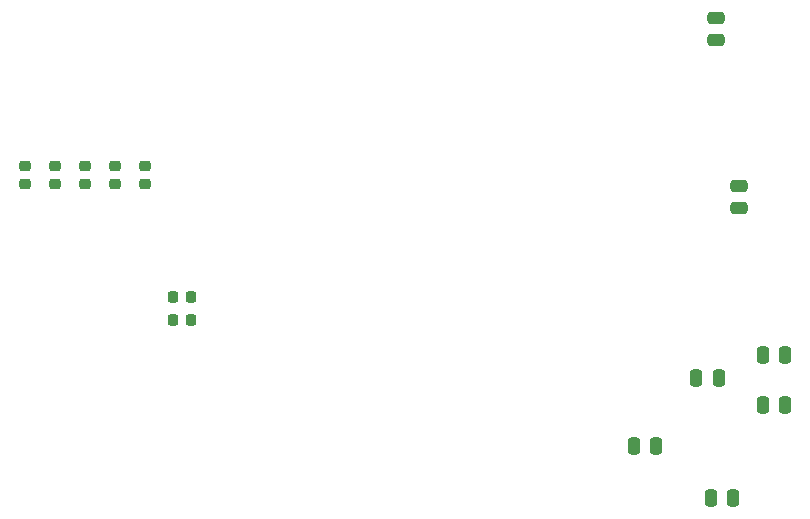
<source format=gbp>
%TF.GenerationSoftware,KiCad,Pcbnew,(6.0.9)*%
%TF.CreationDate,2022-11-09T20:57:25+01:00*%
%TF.ProjectId,libre-MIG,6c696272-652d-44d4-9947-2e6b69636164,v0.1*%
%TF.SameCoordinates,Original*%
%TF.FileFunction,Paste,Bot*%
%TF.FilePolarity,Positive*%
%FSLAX46Y46*%
G04 Gerber Fmt 4.6, Leading zero omitted, Abs format (unit mm)*
G04 Created by KiCad (PCBNEW (6.0.9)) date 2022-11-09 20:57:25*
%MOMM*%
%LPD*%
G01*
G04 APERTURE LIST*
G04 Aperture macros list*
%AMRoundRect*
0 Rectangle with rounded corners*
0 $1 Rounding radius*
0 $2 $3 $4 $5 $6 $7 $8 $9 X,Y pos of 4 corners*
0 Add a 4 corners polygon primitive as box body*
4,1,4,$2,$3,$4,$5,$6,$7,$8,$9,$2,$3,0*
0 Add four circle primitives for the rounded corners*
1,1,$1+$1,$2,$3*
1,1,$1+$1,$4,$5*
1,1,$1+$1,$6,$7*
1,1,$1+$1,$8,$9*
0 Add four rect primitives between the rounded corners*
20,1,$1+$1,$2,$3,$4,$5,0*
20,1,$1+$1,$4,$5,$6,$7,0*
20,1,$1+$1,$6,$7,$8,$9,0*
20,1,$1+$1,$8,$9,$2,$3,0*%
G04 Aperture macros list end*
%ADD10RoundRect,0.225000X-0.250000X0.225000X-0.250000X-0.225000X0.250000X-0.225000X0.250000X0.225000X0*%
%ADD11RoundRect,0.250000X0.250000X0.475000X-0.250000X0.475000X-0.250000X-0.475000X0.250000X-0.475000X0*%
%ADD12RoundRect,0.250000X-0.475000X0.250000X-0.475000X-0.250000X0.475000X-0.250000X0.475000X0.250000X0*%
%ADD13RoundRect,0.250000X-0.250000X-0.475000X0.250000X-0.475000X0.250000X0.475000X-0.250000X0.475000X0*%
%ADD14RoundRect,0.225000X-0.225000X-0.250000X0.225000X-0.250000X0.225000X0.250000X-0.225000X0.250000X0*%
G04 APERTURE END LIST*
D10*
%TO.C,C25*%
X203443000Y-176775000D03*
X203443000Y-175225000D03*
%TD*%
D11*
%TO.C,C32*%
X249893000Y-198951000D03*
X251793000Y-198951000D03*
%TD*%
D12*
%TO.C,C30*%
X256843000Y-164601000D03*
X256843000Y-162701000D03*
%TD*%
D13*
%TO.C,C31*%
X258293000Y-203351000D03*
X256393000Y-203351000D03*
%TD*%
D11*
%TO.C,C28*%
X255193000Y-193151000D03*
X257093000Y-193151000D03*
%TD*%
D12*
%TO.C,C29*%
X258843000Y-178801000D03*
X258843000Y-176901000D03*
%TD*%
D10*
%TO.C,C33*%
X205993000Y-176775000D03*
X205993000Y-175225000D03*
%TD*%
%TO.C,C36*%
X208543000Y-176775000D03*
X208543000Y-175225000D03*
%TD*%
D14*
%TO.C,C42*%
X212418000Y-188300000D03*
X210868000Y-188300000D03*
%TD*%
D10*
%TO.C,C35*%
X198343000Y-176775000D03*
X198343000Y-175225000D03*
%TD*%
D13*
%TO.C,C27*%
X262693000Y-191251000D03*
X260793000Y-191251000D03*
%TD*%
%TO.C,C26*%
X262693000Y-195451000D03*
X260793000Y-195451000D03*
%TD*%
D10*
%TO.C,C34*%
X200893000Y-176775000D03*
X200893000Y-175225000D03*
%TD*%
D14*
%TO.C,C43*%
X212418000Y-186300000D03*
X210868000Y-186300000D03*
%TD*%
M02*

</source>
